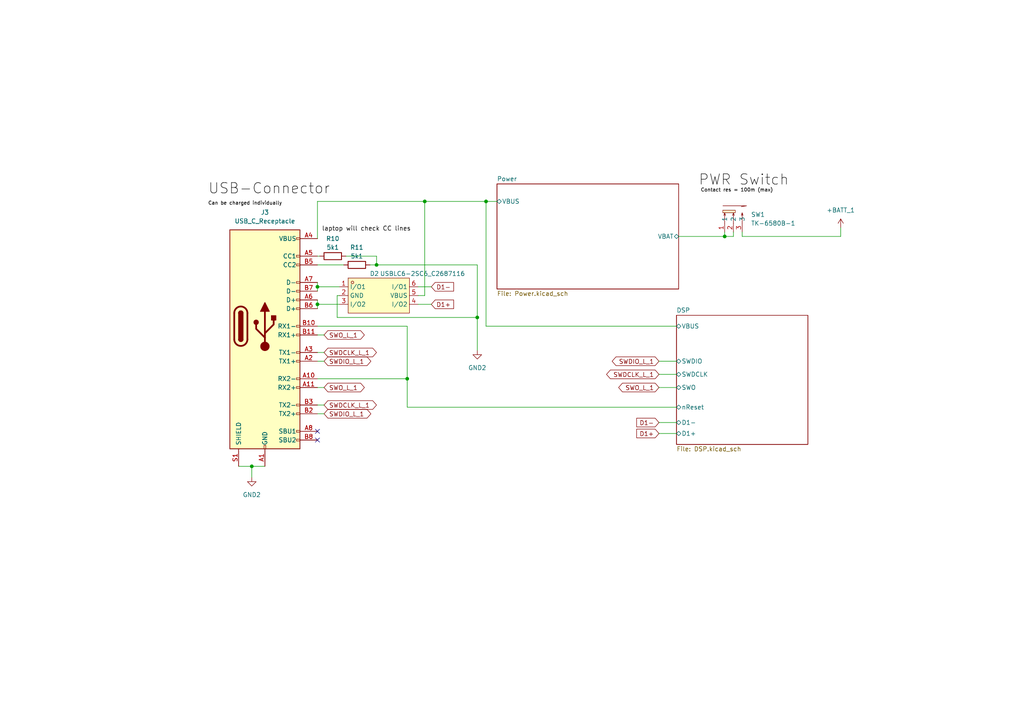
<source format=kicad_sch>
(kicad_sch (version 20231120) (generator "eeschema") (generator_version "8.0")
  (paper "A4")
  (title_block (title "BLEarrings V1") (date "2024-12-27") (rev "00.00") (company "DK"))
  (lib_symbols
    (symbol "Connector:USB_C_Receptacle" (pin_names (offset 1.016))
      (property "Reference" "J" (at -10.16 29.21 0))
      (property "Value" "USB_C_Receptacle" (at 10.16 29.21 0))
      (symbol "USB_C_Receptacle_0_0"
        (rectangle (start -0.254 -35.56) (end 0.254 -34.544))
        (rectangle (start 10.16 -32.766) (end 9.144 -33.274))
        (rectangle (start 10.16 -30.226) (end 9.144 -30.734))
        (rectangle (start 10.16 -25.146) (end 9.144 -25.654))
        (rectangle (start 10.16 -22.606) (end 9.144 -23.114))
        (rectangle (start 10.16 -17.526) (end 9.144 -18.034))
        (rectangle (start 10.16 -14.986) (end 9.144 -15.494))
        (rectangle (start 10.16 -9.906) (end 9.144 -10.414))
        (rectangle (start 10.16 -7.366) (end 9.144 -7.874))
        (rectangle (start 10.16 -2.286) (end 9.144 -2.794))
        (rectangle (start 10.16 0.254) (end 9.144 -0.254))
        (rectangle (start 10.16 5.334) (end 9.144 4.826))
        (rectangle (start 10.16 7.874) (end 9.144 7.366))
        (rectangle (start 10.16 10.414) (end 9.144 9.906))
        (rectangle (start 10.16 12.954) (end 9.144 12.446))
        (rectangle (start 10.16 18.034) (end 9.144 17.526))
        (rectangle (start 10.16 20.574) (end 9.144 20.066))
        (rectangle (start 10.16 25.654) (end 9.144 25.146))
      )
      (symbol "USB_C_Receptacle_0_1"
        (rectangle (start -10.16 27.94) (end 10.16 -35.56) (stroke (width 0.254)) (fill (type background)))
        (arc (start -8.89 -3.81) (mid -6.985 -5.7067) (end -5.08 -3.81) (stroke (width 0.508)))
        (arc (start -7.62 -3.81) (mid -6.985 -4.4423) (end -6.35 -3.81) (stroke (width 0.254)))
        (arc (start -7.62 -3.81) (mid -6.985 -4.4423) (end -6.35 -3.81) (stroke (width 0.254)) (fill (type outline)))
        (rectangle (start -7.62 -3.81) (end -6.35 3.81) (stroke (width 0.254)) (fill (type outline)))
        (arc (start -6.35 3.81) (mid -6.985 4.4423) (end -7.62 3.81) (stroke (width 0.254)))
        (arc (start -6.35 3.81) (mid -6.985 4.4423) (end -7.62 3.81) (stroke (width 0.254)) (fill (type outline)))
        (arc (start -5.08 3.81) (mid -6.985 5.7067) (end -8.89 3.81) (stroke (width 0.508)))
        (polyline (pts (xy -8.89 -3.81) (xy -8.89 3.81)) (stroke (width 0.508)))
        (polyline (pts (xy -5.08 3.81) (xy -5.08 -3.81)) (stroke (width 0.508)))
      )
      (symbol "USB_C_Receptacle_1_1"
        (circle (center -2.54 1.143) (radius 0.635) (stroke (width 0.254)) (fill (type outline)))
        (circle (center 0 -5.842) (radius 1.27) (fill (type outline)))
        (polyline (pts (xy 0 -5.842) (xy 0 4.318)) (stroke (width 0.508)))
        (polyline (pts (xy 0 -3.302) (xy -2.54 -0.762) (xy -2.54 0.508)) (stroke (width 0.508)))
        (polyline (pts (xy 0 -2.032) (xy 2.54 0.508) (xy 2.54 1.778)) (stroke (width 0.508)))
        (polyline (pts (xy -1.27 4.318) (xy 0 6.858) (xy 1.27 4.318) (xy -1.27 4.318)) (stroke (width 0.254)) (fill (type outline)))
        (rectangle (start 1.905 1.778) (end 3.175 3.048) (stroke (width 0.254)) (fill (type outline)))
        (pin passive line (at 0 -40.64 90) (length 5.08) (name "GND") (number "A1"))
        (pin bidirectional line (at 15.24 -15.24 180) (length 5.08) (name "RX2-") (number "A10"))
        (pin bidirectional line (at 15.24 -17.78 180) (length 5.08) (name "RX2+") (number "A11"))
        (pin passive line (at 0 -40.64 90) (length 5.08) hide (name "GND") (number "A12"))
        (pin bidirectional line (at 15.24 -10.16 180) (length 5.08) (name "TX1+") (number "A2"))
        (pin bidirectional line (at 15.24 -7.62 180) (length 5.08) (name "TX1-") (number "A3"))
        (pin passive line (at 15.24 25.4 180) (length 5.08) (name "VBUS") (number "A4"))
        (pin bidirectional line (at 15.24 20.32 180) (length 5.08) (name "CC1") (number "A5"))
        (pin bidirectional line (at 15.24 7.62 180) (length 5.08) (name "D+") (number "A6"))
        (pin bidirectional line (at 15.24 12.7 180) (length 5.08) (name "D-") (number "A7"))
        (pin bidirectional line (at 15.24 -30.48 180) (length 5.08) (name "SBU1") (number "A8"))
        (pin passive line (at 15.24 25.4 180) (length 5.08) hide (name "VBUS") (number "A9"))
        (pin passive line (at 0 -40.64 90) (length 5.08) hide (name "GND") (number "B1"))
        (pin bidirectional line (at 15.24 0 180) (length 5.08) (name "RX1-") (number "B10"))
        (pin bidirectional line (at 15.24 -2.54 180) (length 5.08) (name "RX1+") (number "B11"))
        (pin passive line (at 0 -40.64 90) (length 5.08) hide (name "GND") (number "B12"))
        (pin bidirectional line (at 15.24 -25.4 180) (length 5.08) (name "TX2+") (number "B2"))
        (pin bidirectional line (at 15.24 -22.86 180) (length 5.08) (name "TX2-") (number "B3"))
        (pin passive line (at 15.24 25.4 180) (length 5.08) hide (name "VBUS") (number "B4"))
        (pin bidirectional line (at 15.24 17.78 180) (length 5.08) (name "CC2") (number "B5"))
        (pin bidirectional line (at 15.24 5.08 180) (length 5.08) (name "D+") (number "B6"))
        (pin bidirectional line (at 15.24 10.16 180) (length 5.08) (name "D-") (number "B7"))
        (pin bidirectional line (at 15.24 -33.02 180) (length 5.08) (name "SBU2") (number "B8"))
        (pin passive line (at 15.24 25.4 180) (length 5.08) hide (name "VBUS") (number "B9"))
        (pin passive line (at -7.62 -40.64 90) (length 5.08) (name "SHIELD") (number "S1"))
      )
    )
    (symbol "CustomPWR:+BATT_1" (power) (pin_names (offset 0))
      (property "Value" "+BATT_1" (at 0 3.556 0))
      (symbol "+BATT_1_0_1"
        (polyline (pts (xy -0.762 1.27) (xy 0 2.54)))
        (polyline (pts (xy 0 0) (xy 0 2.54)))
        (polyline (pts (xy 0 2.54) (xy 0.762 1.27)))
      )
      (symbol "+BATT_1_1_1"
        (pin power_in line (at 0 0 90) (length 0) hide (name "+BATT_1") (number "1"))
      )
    )
    (symbol "Device:R" (pin_numbers hide) (pin_names (offset 0))
      (property "Reference" "R" (at 2.032 0 90))
      (property "Value" "R" (at 0 0 90))
      (symbol "R_0_1"
        (rectangle (start -1.016 -2.54) (end 1.016 2.54) (stroke (width 0.254)))
      )
      (symbol "R_1_1"
        (pin passive line (at 0 3.81 270) (length 1.27) (name "~") (number "1"))
        (pin passive line (at 0 -3.81 90) (length 1.27) (name "~") (number "2"))
      )
    )
    (symbol "easyeda2kicad:TK-6580B-1"
      (property "Reference" "SW" (at 0 0 0))
      (property "Value" "TK-6580B-1" (at 0 -10.16 0))
      (symbol "TK-6580B-1_0_1"
        (rectangle (start -3.05 1.27) (end 0.51 0.51) (fill (type background)))
        (polyline (pts (xy -2.54 0.51) (xy -2.79 -0.25)))
        (polyline (pts (xy 0 0.51) (xy -0.25 -0.25)))
        (polyline (pts (xy 2.54 0.51) (xy 2.29 -0.25)))
        (polyline (pts (xy -3.05 2.54) (xy 3.81 2.54) (xy 2.29 2.29)))
        (polyline (pts (xy -2.54 -2.54) (xy -2.54 0.51) (xy -2.29 -0.25)))
        (polyline (pts (xy 0 -2.54) (xy 0 0.51) (xy 0.25 -0.25)))
        (polyline (pts (xy 2.54 -2.54) (xy 2.54 0.51) (xy 2.79 -0.25)))
        (pin unspecified line (at -2.54 -5.08 90) (length 2.54) (name "1") (number "1"))
        (pin unspecified line (at 0 -5.08 90) (length 2.54) (name "2") (number "2"))
        (pin unspecified line (at 2.54 -5.08 90) (length 2.54) (name "3") (number "3"))
      )
    )
    (symbol "easyeda2kicad:USBLC6-2SC6_C2687116"
      (property "Reference" "D" (at 0 7.62 0))
      (property "Value" "USBLC6-2SC6_C2687116" (at 0 -7.62 0))
      (symbol "USBLC6-2SC6_C2687116_0_1"
        (rectangle (start -8.89 5.08) (end 8.89 -5.08) (fill (type background)))
        (circle (center -7.62 3.81) (radius 0.38))
        (pin unspecified line (at -11.43 2.54 0) (length 2.54) (name "I/O1") (number "1"))
        (pin unspecified line (at -11.43 0 0) (length 2.54) (name "GND") (number "2"))
        (pin unspecified line (at -11.43 -2.54 0) (length 2.54) (name "I/O2") (number "3"))
        (pin unspecified line (at 11.43 -2.54 180) (length 2.54) (name "I/O2") (number "4"))
        (pin unspecified line (at 11.43 0 180) (length 2.54) (name "VBUS") (number "5"))
        (pin unspecified line (at 11.43 2.54 180) (length 2.54) (name "I/O1") (number "6"))
      )
    )
    (symbol "power:GND2" (power) (pin_names (offset 0))
      (property "Value" "GND2" (at 0 -3.81 0))
      (symbol "GND2_0_1"
        (polyline (pts (xy 0 0) (xy 0 -1.27) (xy 1.27 -1.27) (xy 0 -2.54) (xy -1.27 -1.27) (xy 0 -1.27)))
      )
      (symbol "GND2_1_1"
        (pin power_in line (at 0 0 270) (length 0) hide (name "GND2") (number "1"))
      )
    )
  )
  (junction (at 73.025 135.255))
  (junction (at 92.075 88.265))
  (junction (at 109.22 76.835))
  (junction (at 92.075 83.185))
  (junction (at 140.97 58.42))
  (junction (at 138.43 92.075))
  (junction (at 210.185 68.58))
  (junction (at 123.19 58.42))
  (junction (at 118.11 109.855))
  (no_connect (at 92.075 127.635))
  (no_connect (at 92.075 125.095))
  (wire (pts (xy 191.135 112.395) (xy 196.215 112.395)))
  (wire (pts (xy 100.33 74.295) (xy 109.22 74.295)))
  (wire (pts (xy 92.075 74.295) (xy 92.71 74.295)))
  (wire (pts (xy 109.22 74.295) (xy 109.22 76.835)))
  (wire (pts (xy 93.98 104.775) (xy 92.075 104.775)))
  (wire (pts (xy 212.725 67.31) (xy 212.725 68.58)))
  (wire (pts (xy 196.85 68.58) (xy 210.185 68.58)))
  (wire (pts (xy 191.135 104.775) (xy 196.215 104.775)))
  (wire (pts (xy 69.215 135.255) (xy 73.025 135.255)))
  (wire (pts (xy 140.97 58.42) (xy 140.97 94.615)))
  (wire (pts (xy 118.11 94.615) (xy 118.11 109.855)))
  (wire (pts (xy 92.075 86.995) (xy 92.075 88.265)))
  (wire (pts (xy 121.285 83.185) (xy 125.095 83.185)))
  (wire (pts (xy 93.98 102.235) (xy 92.075 102.235)))
  (wire (pts (xy 121.285 88.265) (xy 125.095 88.265)))
  (wire (pts (xy 93.98 117.475) (xy 92.075 117.475)))
  (wire (pts (xy 97.79 85.725) (xy 97.79 92.075)))
  (wire (pts (xy 140.97 58.42) (xy 144.145 58.42)))
  (wire (pts (xy 97.79 92.075) (xy 138.43 92.075)))
  (wire (pts (xy 191.135 122.555) (xy 196.215 122.555)))
  (wire (pts (xy 138.43 92.075) (xy 138.43 101.6)))
  (wire (pts (xy 73.025 135.255) (xy 76.835 135.255)))
  (wire (pts (xy 196.215 94.615) (xy 140.97 94.615)))
  (wire (pts (xy 243.84 68.58) (xy 243.84 66.04)))
  (wire (pts (xy 138.43 92.075) (xy 138.43 76.835)))
  (wire (pts (xy 118.11 109.855) (xy 92.075 109.855)))
  (wire (pts (xy 93.98 97.155) (xy 92.075 97.155)))
  (wire (pts (xy 92.075 88.265) (xy 98.425 88.265)))
  (wire (pts (xy 118.11 118.11) (xy 118.11 109.855)))
  (wire (pts (xy 210.185 68.58) (xy 210.185 67.31)))
  (wire (pts (xy 191.135 108.585) (xy 196.215 108.585)))
  (wire (pts (xy 92.075 88.265) (xy 92.075 89.535)))
  (wire (pts (xy 92.075 58.42) (xy 92.075 69.215)))
  (wire (pts (xy 92.075 58.42) (xy 123.19 58.42)))
  (wire (pts (xy 92.075 76.835) (xy 99.695 76.835)))
  (wire (pts (xy 123.19 58.42) (xy 140.97 58.42)))
  (wire (pts (xy 92.075 81.915) (xy 92.075 83.185)))
  (wire (pts (xy 92.075 83.185) (xy 92.075 84.455)))
  (wire (pts (xy 107.315 76.835) (xy 109.22 76.835)))
  (wire (pts (xy 215.265 68.58) (xy 243.84 68.58)))
  (wire (pts (xy 118.11 118.11) (xy 196.215 118.11)))
  (wire (pts (xy 92.075 94.615) (xy 118.11 94.615)))
  (wire (pts (xy 123.19 58.42) (xy 123.19 85.725)))
  (wire (pts (xy 93.98 120.015) (xy 92.075 120.015)))
  (wire (pts (xy 98.425 85.725) (xy 97.79 85.725)))
  (wire (pts (xy 191.135 125.73) (xy 196.215 125.73)))
  (wire (pts (xy 215.265 68.58) (xy 215.265 67.31)))
  (wire (pts (xy 73.025 138.43) (xy 73.025 135.255)))
  (wire (pts (xy 109.22 76.835) (xy 138.43 76.835)))
  (wire (pts (xy 121.285 85.725) (xy 123.19 85.725)))
  (wire (pts (xy 210.185 68.58) (xy 212.725 68.58)))
  (wire (pts (xy 92.075 83.185) (xy 98.425 83.185)))
  (wire (pts (xy 93.98 112.395) (xy 92.075 112.395)))
  (label "laptop will check CC lines" (at 93.345 67.31 0))
  (label "Contact res = 100m (max)" (at 203.2 55.88 0) (effects (font (size 1 1))))
  (label "Can be charged individually" (at 60.325 59.69 0) (effects (font (size 1 1))))
  (label "PWR Switch" (at 202.565 54.61 0) (effects (font (size 3 3))))
  (label "USB-Connector" (at 60.325 57.15 0) (effects (font (size 3 3))))
  (global_label "D1-" (shape input) (at 191.135 122.555 180) (property "Intersheetrefs" "${INTERSHEET_REFS}" (effects (hide yes))))
  (global_label "SWDIO_L_1" (shape bidirectional) (at 93.98 120.015 0) (property "Intersheetrefs" "${INTERSHEET_REFS}" (effects (hide yes))))
  (global_label "SWDCLK_L_1" (shape bidirectional) (at 191.135 108.585 180) (property "Intersheetrefs" "${INTERSHEET_REFS}" (effects (hide yes))))
  (global_label "SWDCLK_L_1" (shape bidirectional) (at 93.98 117.475 0) (property "Intersheetrefs" "${INTERSHEET_REFS}" (effects (hide yes))))
  (global_label "D1+" (shape input) (at 191.135 125.73 180) (property "Intersheetrefs" "${INTERSHEET_REFS}" (effects (hide yes))))
  (global_label "SWDCLK_L_1" (shape bidirectional) (at 93.98 102.235 0) (property "Intersheetrefs" "${INTERSHEET_REFS}" (effects (hide yes))))
  (global_label "SWO_L_1" (shape bidirectional) (at 93.98 112.395 0) (property "Intersheetrefs" "${INTERSHEET_REFS}" (effects (hide yes))))
  (global_label "SWDIO_L_1" (shape bidirectional) (at 191.135 104.775 180) (property "Intersheetrefs" "${INTERSHEET_REFS}" (effects (hide yes))))
  (global_label "D1+" (shape input) (at 125.095 88.265 0) (property "Intersheetrefs" "${INTERSHEET_REFS}" (effects (hide yes))))
  (global_label "SWO_L_1" (shape bidirectional) (at 191.135 112.395 180) (property "Intersheetrefs" "${INTERSHEET_REFS}" (effects (hide yes))))
  (global_label "D1-" (shape input) (at 125.095 83.185 0) (property "Intersheetrefs" "${INTERSHEET_REFS}" (effects (hide yes))))
  (global_label "SWO_L_1" (shape bidirectional) (at 93.98 97.155 0) (property "Intersheetrefs" "${INTERSHEET_REFS}" (effects (hide yes))))
  (global_label "SWDIO_L_1" (shape bidirectional) (at 93.98 104.775 0) (property "Intersheetrefs" "${INTERSHEET_REFS}" (effects (hide yes))))
  (symbol (lib_id "easyeda2kicad:TK-6580B-1") (at 212.725 62.23 0) (unit 1)
    (property "Reference" "SW1" (at 217.805 62.23 0) (effects (justify left)))
    (property "Value" "TK-6580B-1" (at 217.805 64.77 0) (effects (justify left)))
    (property "Footprint" "easyeda2kicad:SW-TH_TK-6580B-1" (effects (hide yes)))
    (property "LCSC Part" "C2689829" (effects (hide yes)))
  )
  (symbol (lib_id "easyeda2kicad:USBLC6-2SC6_C2687116") (at 109.855 85.725 0) (unit 1)
    (property "Reference" "D2" (at 108.585 79.375 0))
    (property "Value" "USBLC6-2SC6_C2687116" (at 122.555 79.375 0))
    (property "Footprint" "easyeda2kicad:SOT-23-6_L2.9-W1.6-P0.95-LS2.8-BL" (effects (hide yes)))
    (property "LCSC Part" "C2687116" (effects (hide yes)))
  )
  (symbol (lib_id "Device:R") (at 96.52 74.295 270) (mirror x) (unit 1)
    (property "Reference" "R10" (at 96.52 69.215 90))
    (property "Value" "5k1" (at 96.52 71.755 90))
    (property "Footprint" "Resistor_SMD:R_0402_1005Metric_Pad0.72x0.64mm_HandSolder" (effects (hide yes)))
    (property "LCSC Part" "C103086" (effects (hide yes)))
  )
  (symbol (lib_id "CustomPWR:+BATT_1") (at 243.84 66.04 0) (unit 1)
    (property "Reference" "#PWR02" (effects (hide yes)))
    (property "Value" "+BATT_1" (at 243.84 60.96 0))
  )
  (symbol (lib_id "Device:R") (at 103.505 76.835 270) (mirror x) (unit 1)
    (property "Reference" "R11" (at 103.505 71.755 90))
    (property "Value" "5k1" (at 103.505 74.295 90))
    (property "Footprint" "Resistor_SMD:R_0402_1005Metric_Pad0.72x0.64mm_HandSolder" (effects (hide yes)))
    (property "LCSC Part" "C103086" (effects (hide yes)))
  )
  (symbol (lib_id "Connector:USB_C_Receptacle") (at 76.835 94.615 0) (unit 1)
    (property "Reference" "J3" (at 76.835 61.595 0))
    (property "Value" "USB_C_Receptacle" (at 76.835 64.135 0))
    (property "Footprint" "easyeda2kicad:TYPE-C-SMD_C9900025773" (effects (hide yes)))
    (property "Datasheet" "https://www.usb.org/sites/default/files/documents/usb_type-c.zip" (effects (hide yes)))
    (property "LCSC Part" "C5156605 " (effects (hide yes)))
  )
  (symbol (lib_id "power:GND2") (at 138.43 101.6 0) (unit 1)
    (property "Reference" "#PWR?" (effects (hide yes)))
    (property "Value" "GND2" (at 138.43 106.68 0))
  )
  (symbol (lib_id "power:GND2") (at 73.025 138.43 0) (unit 1)
    (property "Reference" "#PWR?" (effects (hide yes)))
    (property "Value" "GND2" (at 73.025 143.51 0))
  )
  (sheet (at 196.215 91.44) (size 38.1 37.465) (stroke (width 0.1524))
    (property "Sheetname" "DSP" (at 196.215 90.7284 0) (effects (justify left bottom)))
    (property "Sheetfile" "DSP.kicad_sch" (at 196.215 129.4896 0) (effects (justify left top)))
    (pin "nReset" bidirectional (at 196.215 118.11 180))
    (pin "SWDIO" bidirectional (at 196.215 104.775 180))
    (pin "SWDCLK" bidirectional (at 196.215 108.585 180))
    (pin "SWO" bidirectional (at 196.215 112.395 180))
    (pin "VBUS" bidirectional (at 196.215 94.615 180))
    (pin "D1+" bidirectional (at 196.215 125.73 180))
    (pin "D1-" bidirectional (at 196.215 122.555 180))
  )
  (sheet (at 144.145 53.34) (size 52.705 30.48) (stroke (width 0.1524))
    (property "Sheetname" "Power" (at 144.145 52.6284 0) (effects (justify left bottom)))
    (property "Sheetfile" "Power.kicad_sch" (at 144.145 84.4046 0) (effects (justify left top)))
    (pin "VBUS" bidirectional (at 144.145 58.42 180))
    (pin "VBAT" bidirectional (at 196.85 68.58 0))
  )
)
</source>
